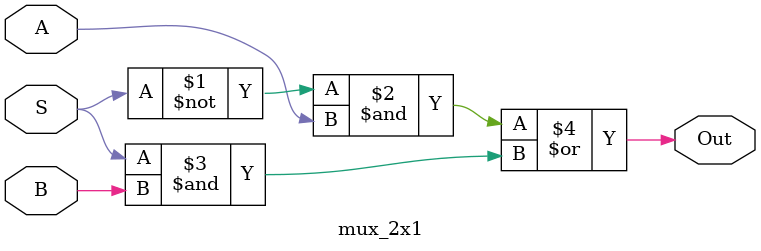
<source format=v>
module mux_2x1 (A, B, S, Out);
	input A, B, S;
	output Out;
		
	assign Out = ((~S & A) | (S & B));
	
endmodule
</source>
